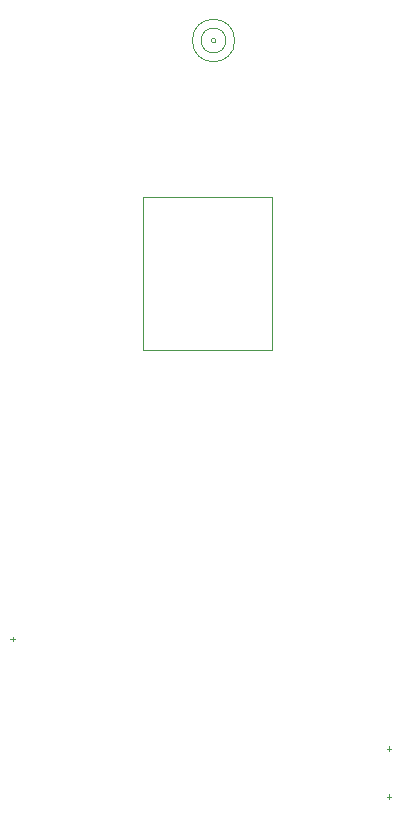
<source format=gm1>
G04*
G04 #@! TF.GenerationSoftware,Altium Limited,Altium Designer,18.0.9 (584)*
G04*
G04 Layer_Color=16711935*
%FSLAX25Y25*%
%MOIN*%
G70*
G01*
G75*
%ADD67C,0.00098*%
%ADD68C,0.00197*%
%ADD69C,0.00394*%
D67*
X200587Y377500D02*
G03*
X200587Y377500I-7087J0D01*
G01*
X197634D02*
G03*
X197634Y377500I-4134J0D01*
G01*
X194287D02*
G03*
X194287Y377500I-787J0D01*
G01*
D68*
X169846Y325429D02*
X213154D01*
Y274248D02*
Y325429D01*
X169846Y274248D02*
Y325429D01*
Y274248D02*
X213154D01*
D69*
X252000Y124713D02*
Y126287D01*
X251213Y125500D02*
X252787D01*
X252000Y140713D02*
Y142287D01*
X251213Y141500D02*
X252787D01*
X126500Y177213D02*
Y178787D01*
X125713Y178000D02*
X127287D01*
M02*

</source>
